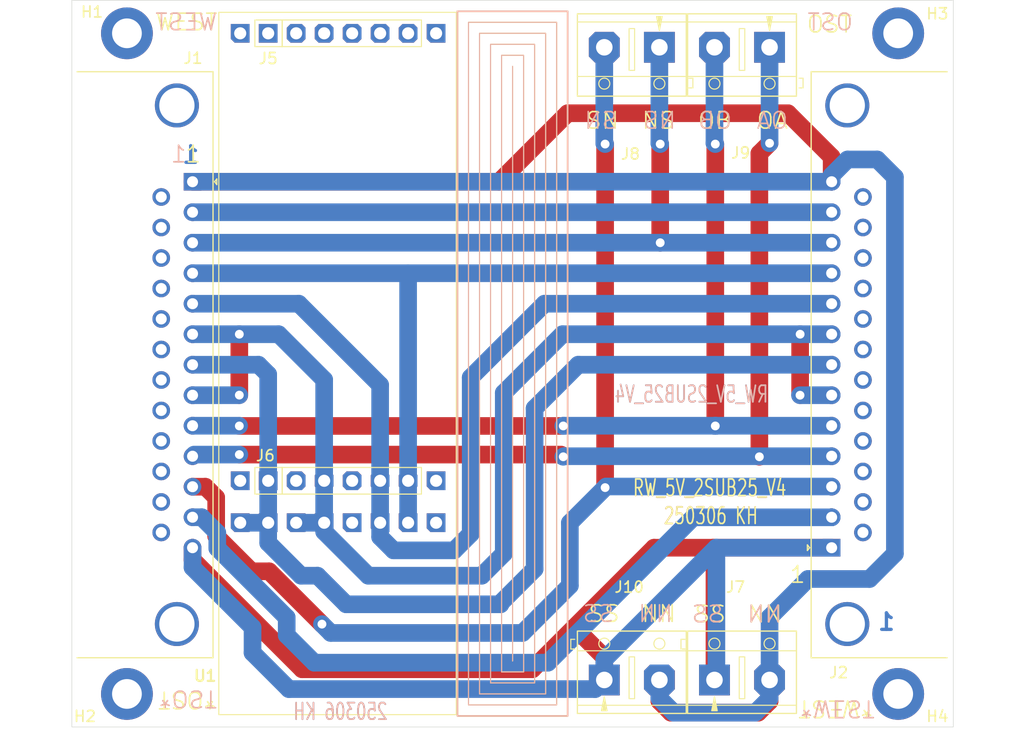
<source format=kicad_pcb>
(kicad_pcb (version 20240108) (generator "pcbnew") (generator_version "8.0")
  (layers (0 "F.Cu" signal) (31 "B.Cu" signal) (34 "B.Paste" user) (35 "F.Paste" user) (36 "B.SilkS" user "B.Silkscreen") (37 "F.SilkS" user "F.Silkscreen") (38 "B.Mask" user) (39 "F.Mask" user) (44 "Edge.Cuts" user))
  (net 0 "")
  (net 2 "/WB")
  (net 5 "/NN")
  (net 7 "/OB")
  (net 10 "/WA")
  (net 13 "/SN")
  (net 16 "/W-")
  (net 17 "/W+")
  (net 18 "/SS")
  (net 19 "/OA")
  (net 21 "Net-(J1-Pad2)")
  (net 23 "/NS")
  (net 48 "Net-(J1-Pad12)")
  (footprint "MountingHole:MountingHole_2.7mm_M2.5_DIN965_Pad_TopBottom" (layer "F.Cu") (at 102.9 87.94)
    (property "Reference" "H4" (at 3.556 2.032 0) (layer "F.SilkS"))
    (property "Value" "MountingHole" (hide yes))
    (pad "1" thru_hole circle (at 0 0) (size 3.1 3.1) (drill 2.7) (layers "*.Cu" "*.Mask"))
    (pad "1" connect circle (at 0 0) (size 4.7 4.7) (layers "F.Cu" "F.Mask"))
    (pad "1" connect circle (at 0 0) (size 4.7 4.7) (layers "B.Cu" "B.Mask"))
  )
  (footprint "_kh_library:Screw_Terminal_01x02_P5" (layer "F.Cu") (at 81.225 29.21 -90)
    (property "Reference" "J8" (at 9.69 2.625 0) (layer "F.SilkS"))
    (property "Value" "Screw_Terminal_01x02_P5" (hide yes))
    (fp_line (start -2.3 -2.44) (end -2.3 7.44) (stroke (width 0.1)) (layer "F.SilkS"))
    (fp_line (start 2.65 -2.44) (end 2.65 7.44) (stroke (width 0.1)) (layer "F.SilkS"))
    (fp_line (start 2.81 -3.04) (end 2.81 -2.68) (stroke (width 0.1)) (layer "F.SilkS"))
    (fp_line (start 2.81 -3.04) (end 3.69 -3.04) (stroke (width 0.1)) (layer "F.SilkS"))
    (fp_line (start 3.69 -3.04) (end 3.69 -2.68) (stroke (width 0.1)) (layer "F.SilkS"))
    (fp_rect (start -1.7 2.25) (end 2.1 2.75) (stroke (width 0.1)) (fill none) (layer "F.SilkS"))
    (fp_rect (start -3.04 -2.44) (end 4.44 7.44) (stroke (width 0.12)) (fill none) (layer "F.SilkS"))
    (fp_circle (center 3.3 5) (end 3.8 5) (stroke (width 0.1)) (fill none) (layer "F.SilkS"))
    (fp_circle (center 3.3 0) (end 3.8 0) (stroke (width 0.1)) (fill none) (layer "F.SilkS"))
    (fp_poly (pts (xy -2.794 -0.254) (xy -1.524 0) (xy -2.794 0.254)) (stroke (width 0.1)) (fill solid) (layer "F.SilkS"))
    (pad "1" thru_hole rect (at 0 0 270) (size 2.8 2.8) (drill 1.5) (layers "*.Cu" "*.Mask") (net 23 "/NS"))
    (pad "2" thru_hole roundrect (at 0 5 270) (size 2.8 2.8) (drill 1.5) (layers "*.Cu" "*.Mask") (roundrect_rratio 0) (chamfer_ratio 0.2) (chamfer top_left top_right bottom_left bottom_right) (net 13 "/SN"))
  )
  (footprint "_kh_library:Screw_Terminal_01x02_P5" (layer "F.Cu") (at 76.225 86.67 90)
    (property "Reference" "J10" (at 8.438 2.261 0) (layer "F.SilkS"))
    (property "Value" "Screw_Terminal_01x02_P5")
    (fp_line (start 3.69 -3.04) (end 3.69 -2.68) (stroke (width 0.1)) (layer "F.SilkS"))
    (fp_line (start 2.81 -3.04) (end 3.69 -3.04) (stroke (width 0.1)) (layer "F.SilkS"))
    (fp_line (start 2.81 -3.04) (end 2.81 -2.68) (stroke (width 0.1)) (layer "F.SilkS"))
    (fp_line (start 2.65 -2.44) (end 2.65 7.44) (stroke (width 0.1)) (layer "F.SilkS"))
    (fp_line (start -2.3 -2.44) (end -2.3 7.44) (stroke (width 0.1)) (layer "F.SilkS"))
    (fp_rect (start -3.04 -2.44) (end 4.44 7.44) (stroke (width 0.12)) (fill none) (layer "F.SilkS"))
    (fp_rect (start -1.7 2.25) (end 2.1 2.75) (stroke (width 0.1)) (fill none) (layer "F.SilkS"))
    (fp_circle (center 3.3 0) (end 3.8 0) (stroke (width 0.1)) (fill none) (layer "F.SilkS"))
    (fp_circle (center 3.3 5) (end 3.8 5) (stroke (width 0.1)) (fill none) (layer "F.SilkS"))
    (fp_poly (pts (xy -2.794 -0.254) (xy -1.524 0) (xy -2.794 0.254)) (stroke (width 0.1)) (fill solid) (layer "F.SilkS"))
    (pad "1" thru_hole rect (at 0 0 90) (size 2.8 2.8) (drill 1.5) (layers "*.Cu" "*.Mask") (net 18 "/SS"))
    (pad "2" thru_hole roundrect (at 0 5 90) (size 2.8 2.8) (drill 1.5) (layers "*.Cu" "*.Mask") (roundrect_rratio 0) (chamfer_ratio 0.2) (chamfer top_left top_right bottom_left bottom_right) (net 5 "/NN"))
  )
  (footprint "MountingHole:MountingHole_2.7mm_M2.5_DIN965_Pad_TopBottom" (layer "F.Cu") (at 102.9 27.94)
    (property "Reference" "H3" (at 3.556 -1.778 0) (layer "F.SilkS"))
    (property "Value" "MountingHole" (hide yes))
    (pad "1" thru_hole circle (at 0 0) (size 3.1 3.1) (drill 2.7) (layers "*.Cu" "*.Mask"))
    (pad "1" connect circle (at 0 0) (size 4.7 4.7) (layers "F.Cu" "F.Mask"))
    (pad "1" connect circle (at 0 0) (size 4.7 4.7) (layers "B.Cu" "B.Mask"))
  )
  (footprint "_kh_library:PinSocket_1x06_P2.54mm_Vertical_1.1_kh" (layer "F.Cu") (at 45.72 68.58 90)
    (property "Reference" "J6" (at 2.286 -0.254 180) (layer "F.SilkS"))
    (property "Value" "Conn_01x06")
    (fp_line (start -1.21 1.27) (end 1.21 1.27) (stroke (width 0.12)) (layer "F.SilkS"))
    (fp_rect (start -1.21 -1.21) (end 1.21 13.91) (stroke (width 0.1)) (fill none) (layer "F.SilkS"))
    (pad "1" thru_hole rect (at 0 0 90) (size 1.7 1.7) (drill 1.1) (layers "*.Cu" "*.Mask") (net 17 "/W+"))
    (pad "2" thru_hole roundrect (at 0 2.54 90) (size 1.7 1.7) (drill 1.1) (layers "*.Cu" "*.Mask") (roundrect_rratio 0) (chamfer_ratio 0.2) (chamfer top_left top_right bottom_left bottom_right))
    (pad "3" thru_hole roundrect (at 0 5.08 90) (size 1.7 1.7) (drill 1.1) (layers "*.Cu" "*.Mask") (roundrect_rratio 0) (chamfer_ratio 0.2) (chamfer top_left top_right bottom_left bottom_right) (net 16 "/W-"))
    (pad "4" thru_hole roundrect (at 0 7.62 90) (size 1.7 1.7) (drill 1.1) (layers "*.Cu" "*.Mask") (roundrect_rratio 0) (chamfer_ratio 0.2) (chamfer top_left top_right bottom_left bottom_right))
    (pad "5" thru_hole roundrect (at 0 10.16 90) (size 1.7 1.7) (drill 1.1) (layers "*.Cu" "*.Mask") (roundrect_rratio 0) (chamfer_ratio 0.2) (chamfer top_left top_right bottom_left bottom_right) (net 2 "/WB"))
    (pad "6" thru_hole roundrect (at 0 12.7 90) (size 1.7 1.7) (drill 1.1) (layers "*.Cu" "*.Mask") (roundrect_rratio 0) (chamfer_ratio 0.2) (chamfer top_left top_right bottom_left bottom_right) (net 10 "/WA"))
  )
  (footprint "MountingHole:MountingHole_2.7mm_M2.5_DIN965_Pad_TopBottom" (layer "F.Cu") (at 32.9 27.94)
    (property "Reference" "H1" (at -3.17 -1.94 0) (layer "F.SilkS"))
    (property "Value" "MountingHole" (hide yes))
    (pad "1" thru_hole circle (at 0 0) (size 3.1 3.1) (drill 2.7) (layers "*.Cu" "*.Mask"))
    (pad "1" connect circle (at 0 0) (size 4.7 4.7) (layers "F.Cu" "F.Mask"))
    (pad "1" connect circle (at 0 0) (size 4.7 4.7) (layers "B.Cu" "B.Mask"))
  )
  (footprint "_kh_library:PinSocket_1x06_P2.54mm_Vertical_1.1_kh" (layer "F.Cu") (at 45.72 27.94 90)
    (property "Reference" "J5" (at -2.286 0 180) (layer "F.SilkS"))
    (property "Value" "Conn_01x06")
    (fp_line (start -1.21 1.27) (end 1.21 1.27) (stroke (width 0.12)) (layer "F.SilkS"))
    (fp_rect (start -1.21 -1.21) (end 1.21 13.91) (stroke (width 0.1)) (fill none) (layer "F.SilkS"))
    (pad "1" thru_hole rect (at 0 0 90) (size 1.7 1.7) (drill 1.1) (layers "*.Cu" "*.Mask"))
    (pad "2" thru_hole roundrect (at 0 2.54 90) (size 1.7 1.7) (drill 1.1) (layers "*.Cu" "*.Mask") (roundrect_rratio 0) (chamfer_ratio 0.2) (chamfer top_left top_right bottom_left bottom_right))
    (pad "3" thru_hole roundrect (at 0 5.08 90) (size 1.7 1.7) (drill 1.1) (layers "*.Cu" "*.Mask") (roundrect_rratio 0) (chamfer_ratio 0.2) (chamfer top_left top_right bottom_left bottom_right))
    (pad "4" thru_hole roundrect (at 0 7.62 90) (size 1.7 1.7) (drill 1.1) (layers "*.Cu" "*.Mask") (roundrect_rratio 0) (chamfer_ratio 0.2) (chamfer top_left top_right bottom_left bottom_right))
    (pad "5" thru_hole roundrect (at 0 10.16 90) (size 1.7 1.7) (drill 1.1) (layers "*.Cu" "*.Mask") (roundrect_rratio 0) (chamfer_ratio 0.2) (chamfer top_left top_right bottom_left bottom_right))
    (pad "6" thru_hole roundrect (at 0 12.7 90) (size 1.7 1.7) (drill 1.1) (layers "*.Cu" "*.Mask") (roundrect_rratio 0) (chamfer_ratio 0.2) (chamfer top_left top_right bottom_left bottom_right))
  )
  (footprint "_kh_library:AC_5V_supply_6pol_PinsOnly" (layer "F.Cu") (at 43.18 72.39 90)
    (property "Reference" "U1" (at -13.91 -3.18 0) (layer "F.SilkS") (effects (font (thickness 0.2) (bold yes))))
    (property "Value" "~" (hide yes))
    (pad "1" thru_hole roundrect (at 0 0 90) (size 1.7 1.7) (drill 1.1) (layers "*.Cu" "*.Mask") (roundrect_rratio 0) (chamfer_ratio 0.2) (chamfer top_left) (net 17 "/W+"))
    (pad "2" thru_hole roundrect (at 0 2.54 90) (size 1.7 1.7) (drill 1.1) (layers "*.Cu" "*.Mask") (roundrect_rratio 0) (chamfer_ratio 0.2) (chamfer top_left) (net 17 "/W+"))
    (pad "3" thru_hole roundrect (at 0 5.08 90) (size 1.7 1.7) (drill 1.1) (layers "*.Cu" "*.Mask") (roundrect_rratio 0) (chamfer_ratio 0.2) (chamfer top_left) (net 16 "/W-"))
    (pad "4" thru_hole roundrect (at 0 7.62 90) (size 1.7 1.7) (drill 1.1) (layers "*.Cu" "*.Mask") (roundrect_rratio 0) (chamfer_ratio 0.2) (chamfer top_left) (net 16 "/W-"))
    (pad "5" thru_hole roundrect (at 0 10.16 90) (size 1.7 1.7) (drill 1.1) (layers "*.Cu" "*.Mask") (roundrect_rratio 0) (chamfer_ratio 0.2) (chamfer top_left))
    (pad "6" thru_hole roundrect (at 0 12.7 90) (size 1.7 1.7) (drill 1.1) (layers "*.Cu" "*.Mask") (roundrect_rratio 0) (chamfer_ratio 0.2) (chamfer top_left) (net 2 "/WB"))
    (pad "7" thru_hole roundrect (at 0 15.24 90) (size 1.7 1.7) (drill 1.1) (layers "*.Cu" "*.Mask") (roundrect_rratio 0) (chamfer_ratio 0.2) (chamfer top_left) (net 10 "/WA"))
    (pad "8" thru_hole roundrect (at 0 17.78 90) (size 1.7 1.7) (drill 1.1) (layers "*.Cu" "*.Mask") (roundrect_rratio 0) (chamfer_ratio 0.2) (chamfer top_left))
    (pad "9" thru_hole roundrect (at 3.81 0 90) (size 1.7 1.7) (drill 1.1) (layers "*.Cu" "*.Mask") (roundrect_rratio 0) (chamfer_ratio 0.2) (chamfer top_left))
    (pad "10" thru_hole roundrect (at 3.81 17.78 90) (size 1.7 1.7) (drill 1.1) (layers "*.Cu" "*.Mask") (roundrect_rratio 0) (chamfer_ratio 0.2) (chamfer top_left))
    (pad "11" thru_hole roundrect (at 44.45 0 90) (size 1.7 1.7) (drill 1.1) (layers "*.Cu" "*.Mask") (roundrect_rratio 0) (chamfer_ratio 0.2) (chamfer top_left))
    (pad "12" thru_hole roundrect (at 44.45 17.78 90) (size 1.7 1.7) (drill 1.1) (layers "*.Cu" "*.Mask") (roundrect_rratio 0) (chamfer_ratio 0.2) (chamfer top_left))
  )
  (footprint "_kh_library:DSUB-25_Male_Horizontal_P2.77x2.84mm_EdgePinOffset7.70mm_Housed_MountingHolesOffset9.12mm" (layer "F.Cu") (at 38.854 41.42 -90)
    (property "Reference" "J1" (at -11.22 -0.046 180) (layer "F.SilkS"))
    (property "Value" "DB25_Plug")
    (fp_line (start -9.99 10.48) (end -9.99 -1.86) (stroke (width 0.12)) (layer "F.SilkS"))
    (fp_line (start -9.99 -1.86) (end 43.23 -1.86) (stroke (width 0.12)) (layer "F.SilkS"))
    (fp_line (start 43.23 -1.86) (end 43.23 10.48) (stroke (width 0.12)) (layer "F.SilkS"))
    (fp_line (start 0 -2) (end -0.25 -2.2) (stroke (width 0.12)) (layer "F.SilkS"))
    (fp_line (start -0.25 -2.2) (end 0.25 -2.2) (stroke (width 0.12)) (layer "F.SilkS"))
    (fp_line (start 0.254 -2.2) (end 0 -2) (stroke (width 0.12)) (layer "F.SilkS"))
    (pad "0" thru_hole circle (at -6.93 1.42 270) (size 4 4) (drill 3.2) (layers "*.Cu" "*.Mask"))
    (pad "0" thru_hole circle (at 40.17 1.42 270) (size 4 4) (drill 3.2) (layers "*.Cu" "*.Mask"))
    (pad "1" thru_hole rect (at 0 0 270) (size 1.6 1.6) (drill 1) (layers "*.Cu" "*.Mask") (net 5 "/NN"))
    (pad "2" thru_hole circle (at 2.77 0 270) (size 1.6 1.6) (drill 1) (layers "*.Cu" "*.Mask") (net 21 "Net-(J1-Pad2)"))
    (pad "3" thru_hole circle (at 5.54 0 270) (size 1.6 1.6) (drill 1) (layers "*.Cu" "*.Mask") (net 23 "/NS"))
    (pad "4" thru_hole circle (at 8.31 0 270) (size 1.6 1.6) (drill 1) (layers "*.Cu" "*.Mask") (net 10 "/WA"))
    (pad "5" thru_hole circle (at 11.08 0 270) (size 1.6 1.6) (drill 1) (layers "*.Cu" "*.Mask") (net 2 "/WB"))
    (pad "6" thru_hole circle (at 13.85 0 270) (size 1.6 1.6) (drill 1) (layers "*.Cu" "*.Mask") (net 16 "/W-"))
    (pad "7" thru_hole circle (at 16.62 0 270) (size 1.6 1.6) (drill 1) (layers "*.Cu" "*.Mask") (net 17 "/W+"))
    (pad "8" thru_hole circle (at 19.39 0 270) (size 1.6 1.6) (drill 1) (layers "*.Cu" "*.Mask") (net 16 "/W-"))
    (pad "9" thru_hole circle (at 22.16 0 270) (size 1.6 1.6) (drill 1) (layers "*.Cu" "*.Mask") (net 7 "/OB"))
    (pad "10" thru_hole circle (at 24.93 0 270) (size 1.6 1.6) (drill 1) (layers "*.Cu" "*.Mask") (net 19 "/OA"))
    (pad "11" thru_hole circle (at 27.7 0 270) (size 1.6 1.6) (drill 1) (layers "*.Cu" "*.Mask") (net 13 "/SN"))
    (pad "12" thru_hole circle (at 30.47 0 270) (size 1.6 1.6) (drill 1) (layers "*.Cu" "*.Mask") (net 48 "Net-(J1-Pad12)"))
    (pad "13" thru_hole circle (at 33.24 0 270) (size 1.6 1.6) (drill 1) (layers "*.Cu" "*.Mask") (net 18 "/SS"))
    (pad "14" thru_hole circle (at 1.385 2.84 270) (size 1.6 1.6) (drill 1) (layers "*.Cu" "*.Mask"))
    (pad "15" thru_hole circle (at 4.155 2.84 270) (size 1.6 1.6) (drill 1) (layers "*.Cu" "*.Mask"))
    (pad "16" thru_hole circle (at 6.925 2.84 270) (size 1.6 1.6) (drill 1) (layers "*.Cu" "*.Mask"))
    (pad "17" thru_hole circle (at 9.695 2.84 270) (size 1.6 1.6) (drill 1) (layers "*.Cu" "*.Mask"))
    (pad "18" thru_hole circle (at 12.465 2.84 270) (size 1.6 1.6) (drill 1) (layers "*.Cu" "*.Mask"))
    (pad "19" thru_hole circle (at 15.235 2.84 270) (size 1.6 1.6) (drill 1) (layers "*.Cu" "*.Mask"))
    (pad "20" thru_hole circle (at 18.005 2.84 270) (size 1.6 1.6) (drill 1) (layers "*.Cu" "*.Mask"))
    (pad "21" thru_hole circle (at 20.775 2.84 270) (size 1.6 1.6) (drill 1) (layers "*.Cu" "*.Mask"))
    (pad "22" thru_hole circle (at 23.545 2.84 270) (size 1.6 1.6) (drill 1) (layers "*.Cu" "*.Mask"))
    (pad "23" thru_hole circle (at 26.315 2.84 270) (size 1.6 1.6) (drill 1) (layers "*.Cu" "*.Mask"))
    (pad "24" thru_hole circle (at 29.085 2.84 270) (size 1.6 1.6) (drill 1) (layers "*.Cu" "*.Mask"))
    (pad "25" thru_hole circle (at 31.855 2.84 270) (size 1.6 1.6) (drill 1) (layers "*.Cu" "*.Mask"))
  )
  (footprint "_kh_library:DSUB-25_Male_Horizontal_P2.77x2.84mm_EdgePinOffset7.70mm_Housed_MountingHolesOffset9.12mm" (layer "F.Cu") (at 96.86 74.66 90)
    (property "Reference" "J2" (at -11.34 0.64 180) (layer "F.SilkS"))
    (property "Value" "DB25_Plug")
    (fp_line (start 0.254 -2.2) (end 0 -2) (stroke (width 0.12)) (layer "F.SilkS"))
    (fp_line (start -0.25 -2.2) (end 0.25 -2.2) (stroke (width 0.12)) (layer "F.SilkS"))
    (fp_line (start 0 -2) (end -0.25 -2.2) (stroke (width 0.12)) (layer "F.SilkS"))
    (fp_line (start 43.23 -1.86) (end 43.23 10.48) (stroke (width 0.12)) (layer "F.SilkS"))
    (fp_line (start -9.99 -1.86) (end 43.23 -1.86) (stroke (width 0.12)) (layer "F.SilkS"))
    (fp_line (start -9.99 10.48) (end -9.99 -1.86) (stroke (width 0.12)) (layer "F.SilkS"))
    (pad "0" thru_hole circle (at -6.93 1.42 90) (size 4 4) (drill 3.2) (layers "*.Cu" "*.Mask"))
    (pad "0" thru_hole circle (at 40.17 1.42 90) (size 4 4) (drill 3.2) (layers "*.Cu" "*.Mask"))
    (pad "1" thru_hole rect (at 0 0 90) (size 1.6 1.6) (drill 1) (layers "*.Cu" "*.Mask") (net 18 "/SS"))
    (pad "2" thru_hole circle (at 2.77 0 90) (size 1.6 1.6) (drill 1) (layers "*.Cu" "*.Mask") (net 48 "Net-(J1-Pad12)"))
    (pad "3" thru_hole circle (at 5.54 0 90) (size 1.6 1.6) (drill 1) (layers "*.Cu" "*.Mask") (net 13 "/SN"))
    (pad "4" thru_hole circle (at 8.31 0 90) (size 1.6 1.6) (drill 1) (layers "*.Cu" "*.Mask") (net 19 "/OA"))
    (pad "5" thru_hole circle (at 11.08 0 90) (size 1.6 1.6) (drill 1) (layers "*.Cu" "*.Mask") (net 7 "/OB"))
    (pad "6" thru_hole circle (at 13.85 0 90) (size 1.6 1.6) (drill 1) (layers "*.Cu" "*.Mask") (net 16 "/W-"))
    (pad "7" thru_hole circle (at 16.62 0 90) (size 1.6 1.6) (drill 1) (layers "*.Cu" "*.Mask") (net 17 "/W+"))
    (pad "8" thru_hole circle (at 19.39 0 90) (size 1.6 1.6) (drill 1) (layers "*.Cu" "*.Mask") (net 16 "/W-"))
    (pad "9" thru_hole circle (at 22.16 0 90) (size 1.6 1.6) (drill 1) (layers "*.Cu" "*.Mask") (net 2 "/WB"))
    (pad "10" thru_hole circle (at 24.93 0 90) (size 1.6 1.6) (drill 1) (layers "*.Cu" "*.Mask") (net 10 "/WA"))
    (pad "11" thru_hole circle (at 27.7 0 90) (size 1.6 1.6) (drill 1) (layers "*.Cu" "*.Mask") (net 23 "/NS"))
    (pad "12" thru_hole circle (at 30.47 0 90) (size 1.6 1.6) (drill 1) (layers "*.Cu" "*.Mask") (net 21 "Net-(J1-Pad2)"))
    (pad "13" thru_hole circle (at 33.24 0 90) (size 1.6 1.6) (drill 1) (layers "*.Cu" "*.Mask") (net 5 "/NN"))
    (pad "14" thru_hole circle (at 1.385 2.84 90) (size 1.6 1.6) (drill 1) (layers "*.Cu" "*.Mask"))
    (pad "15" thru_hole circle (at 4.155 2.84 90) (size 1.6 1.6) (drill 1) (layers "*.Cu" "*.Mask"))
    (pad "16" thru_hole circle (at 6.925 2.84 90) (size 1.6 1.6) (drill 1) (layers "*.Cu" "*.Mask"))
    (pad "17" thru_hole circle (at 9.695 2.84 90) (size 1.6 1.6) (drill 1) (layers "*.Cu" "*.Mask"))
    (pad "18" thru_hole circle (at 12.465 2.84 90) (size 1.6 1.6) (drill 1) (layers "*.Cu" "*.Mask"))
    (pad "19" thru_hole circle (at 15.235 2.84 90) (size 1.6 1.6) (drill 1) (layers "*.Cu" "*.Mask"))
    (pad "20" thru_hole circle (at 18.005 2.84 90) (size 1.6 1.6) (drill 1) (layers "*.Cu" "*.Mask"))
    (pad "21" thru_hole circle (at 20.775 2.84 90) (size 1.6 1.6) (drill 1) (layers "*.Cu" "*.Mask"))
    (pad "22" thru_hole circle (at 23.545 2.84 90) (size 1.6 1.6) (drill 1) (layers "*.Cu" "*.Mask"))
    (pad "23" thru_hole circle (at 26.315 2.84 90) (size 1.6 1.6) (drill 1) (layers "*.Cu" "*.Mask"))
    (pad "24" thru_hole circle (at 29.085 2.84 90) (size 1.6 1.6) (drill 1) (layers "*.Cu" "*.Mask"))
    (pad "25" thru_hole circle (at 31.855 2.84 90) (size 1.6 1.6) (drill 1) (layers "*.Cu" "*.Mask"))
  )
  (footprint "_kh_library:Screw_Terminal_01x02_P5" (layer "F.Cu") (at 86.225 86.67 90)
    (property "Reference" "J7" (at 8.438 1.913 0) (layer "F.SilkS"))
    (property "Value" "Screw_Terminal_01x02_P5" (hide yes))
    (fp_line (start 3.69 -3.04) (end 3.69 -2.68) (stroke (width 0.1)) (layer "F.SilkS"))
    (fp_line (start 2.81 -3.04) (end 3.69 -3.04) (stroke (width 0.1)) (layer "F.SilkS"))
    (fp_line (start 2.81 -3.04) (end 2.81 -2.68) (stroke (width 0.1)) (layer "F.SilkS"))
    (fp_line (start 2.65 -2.44) (end 2.65 7.44) (stroke (width 0.1)) (layer "F.SilkS"))
    (fp_line (start -2.3 -2.44) (end -2.3 7.44) (stroke (width 0.1)) (layer "F.SilkS"))
    (fp_rect (start -3.04 -2.44) (end 4.44 7.44) (stroke (width 0.12)) (fill none) (layer "F.SilkS"))
    (fp_rect (start -1.7 2.25) (end 2.1 2.75) (stroke (width 0.1)) (fill none) (layer "F.SilkS"))
    (fp_circle (center 3.3 0) (end 3.8 0) (stroke (width 0.1)) (fill none) (layer "F.SilkS"))
    (fp_circle (center 3.3 5) (end 3.8 5) (stroke (width 0.1)) (fill none) (layer "F.SilkS"))
    (fp_poly (pts (xy -2.794 -0.254) (xy -1.524 0) (xy -2.794 0.254)) (stroke (width 0.1)) (fill solid) (layer "F.SilkS"))
    (pad "1" thru_hole rect (at 0 0 90) (size 2.8 2.8) (drill 1.5) (layers "*.Cu" "*.Mask") (net 18 "/SS"))
    (pad "2" thru_hole roundrect (at 0 5 90) (size 2.8 2.8) (drill 1.5) (layers "*.Cu" "*.Mask") (roundrect_rratio 0) (chamfer_ratio 0.2) (chamfer top_left top_right bottom_left bottom_right) (net 5 "/NN"))
  )
  (footprint "MountingHole:MountingHole_2.7mm_M2.5_DIN965_Pad_TopBottom" (layer "F.Cu") (at 32.9 87.94)
    (property "Reference" "H2" (at -3.81 2.032 0) (layer "F.SilkS"))
    (property "Value" "MountingHole" (hide yes))
    (pad "1" thru_hole circle (at 0 0) (size 3.1 3.1) (drill 2.7) (layers "*.Cu" "*.Mask"))
    (pad "1" connect circle (at 0 0) (size 4.7 4.7) (layers "F.Cu" "F.Mask"))
    (pad "1" connect circle (at 0 0) (size 4.7 4.7) (layers "B.Cu" "B.Mask"))
  )
  (footprint "_kh_library:Screw_Terminal_01x02_P5" (layer "F.Cu") (at 91.225 29.21 -90)
    (property "Reference" "J9" (at 9.59 2.625 0) (layer "F.SilkS"))
    (property "Value" "Screw_Terminal_01x02_P5" (hide yes))
    (fp_line (start -2.3 -2.44) (end -2.3 7.44) (stroke (width 0.1)) (layer "F.SilkS"))
    (fp_line (start 2.65 -2.44) (end 2.65 7.44) (stroke (width 0.1)) (layer "F.SilkS"))
    (fp_line (start 2.81 -3.04) (end 2.81 -2.68) (stroke (width 0.1)) (layer "F.SilkS"))
    (fp_line (start 2.81 -3.04) (end 3.69 -3.04) (stroke (width 0.1)) (layer "F.SilkS"))
    (fp_line (start 3.69 -3.04) (end 3.69 -2.68) (stroke (width 0.1)) (layer "F.SilkS"))
    (fp_rect (start -1.7 2.25) (end 2.1 2.75) (stroke (width 0.1)) (fill none) (layer "F.SilkS"))
    (fp_rect (start -3.04 -2.44) (end 4.44 7.44) (stroke (width 0.12)) (fill none) (layer "F.SilkS"))
    (fp_circle (center 3.3 5) (end 3.8 5) (stroke (width 0.1)) (fill none) (layer "F.SilkS"))
    (fp_circle (center 3.3 0) (end 3.8 0) (stroke (width 0.1)) (fill none) (layer "F.SilkS"))
    (fp_poly (pts (xy -2.794 -0.254) (xy -1.524 0) (xy -2.794 0.254)) (stroke (width 0.1)) (fill solid) (layer "F.SilkS"))
    (pad "1" thru_hole rect (at 0 0 270) (size 2.8 2.8) (drill 1.5) (layers "*.Cu" "*.Mask") (net 19 "/OA"))
    (pad "2" thru_hole roundrect (at 0 5 270) (size 2.8 2.8) (drill 1.5) (layers "*.Cu" "*.Mask") (roundrect_rratio 0) (chamfer_ratio 0.2) (chamfer top_left top_right bottom_left bottom_right) (net 7 "/OB"))
  )
  (gr_line (start 67.9 30.94) (end 67.9 84.94) (stroke (width 0.1)) (layer "B.SilkS"))
  (gr_rect (start 65.9 28.94) (end 69.9 86.94) (stroke (width 0.1)) (fill none) (layer "B.SilkS"))
  (gr_rect (start 66.9 29.94) (end 68.9 85.94) (stroke (width 0.1)) (fill none) (layer "B.SilkS"))
  (gr_rect (start 62.9 25.94) (end 72.9 89.94) (stroke (width 0.15)) (fill none) (layer "B.SilkS"))
  (gr_rect (start 64.9 27.94) (end 70.9 87.94) (stroke (width 0.1)) (fill none) (layer "B.SilkS"))
  (gr_rect (start 63.9 26.94) (end 71.9 88.94) (stroke (width 0.1)) (fill none) (layer "B.SilkS"))
  (gr_rect (start 65.9 28.94) (end 69.9 86.94) (stroke (width 0.1)) (fill none) (layer "F.SilkS"))
  (gr_line (start 67.9 30.94) (end 67.9 84.94) (stroke (width 0.1)) (layer "F.SilkS"))
  (gr_rect (start 41.237 26.035) (end 62.791 89.819) (stroke (width 0.1)) (fill none) (layer "F.SilkS"))
  (gr_rect (start 62.9 25.94) (end 72.9 89.94) (stroke (width 0.15)) (fill none) (layer "F.SilkS"))
  (gr_rect (start 64.9 27.94) (end 70.9 87.94) (stroke (width 0.1)) (fill none) (layer "F.SilkS"))
  (gr_rect (start 66.9 29.94) (end 68.9 85.94) (stroke (width 0.1)) (fill none) (layer "F.SilkS"))
  (gr_rect (start 63.9 26.94) (end 71.9 88.94) (stroke (width 0.1)) (fill none) (layer "F.SilkS"))
  (gr_rect (start 27.9 24.94) (end 107.9 90.94) (stroke (width 0.05)) (fill none) (layer "Edge.Cuts"))
  (gr_text "250306 KH" (at 81.534 72.644 0) (layer "F.Cu") (effects (font (size 1.5 1) (thickness 0.15) (bold yes)) (justify left bottom)))
  (gr_text "RW_5V_2SUB25_V4" (at 78.74 70.104 0) (layer "F.Cu") (effects (font (size 1.5 1) (thickness 0.15) (bold yes)) (justify left bottom)))
  (gr_text "1" (at 39.6 38.1 0) (layer "B.Cu") (effects (font (size 1.5 1.5) (thickness 0.3) (bold yes)) (justify left top mirror)))
  (gr_text "250306 KH" (at 56.642 90.424 0) (layer "B.Cu") (effects (font (size 1.5 1) (thickness 0.15) (bold yes)) (justify left bottom mirror)))
  (gr_text "1" (at 102.743 80.518 0) (layer "B.Cu") (effects (font (size 1.5 1.5) (thickness 0.3) (bold yes)) (justify left top mirror)))
  (gr_text "RW_5V_2SUB25_V4" (at 91.186 61.595 0) (layer "B.Cu") (effects (font (size 1.5 1) (thickness 0.15) (bold yes)) (justify left bottom mirror)))
  (gr_text "*OST" (at 35.7 87.5 180) (layer "B.SilkS") (effects (font (size 1.5 1.5)) (justify left bottom mirror)))
  (gr_text "OST" (at 98.9 27.8 0) (layer "B.SilkS") (effects (font (size 1.5 1.5)) (justify left bottom mirror)))
  (gr_text "SN" (at 77.508 36.74 0) (layer "B.SilkS") (effects (font (size 1.5 1.5)) (justify left bottom mirror)))
  (gr_text "WEST" (at 41.2 27.8 0) (layer "B.SilkS") (effects (font (size 1.5 1.5)) (justify left bottom mirror)))
  (gr_text "RW_5V_2SUB25_V4" (at 91.186 61.595 0) (layer "B.SilkS") (effects (font (size 1.5 1) (thickness 0.15) (bold yes)) (justify left bottom mirror)))
  (gr_text "*WEST" (at 93.9 88.4 180) (layer "B.SilkS") (effects (font (size 1.5 1.5)) (justify left bottom mirror)))
  (gr_text "SS" (at 87.106 81.57 0) (layer "B.SilkS") (effects (font (size 1.5 1.5)) (justify left bottom mirror)))
  (gr_text "NS" (at 82.842 36.74 0) (layer "B.SilkS") (effects (font (size 1.5 1.5)) (justify left bottom mirror)))
  (gr_text "SS" (at 77.216 81.534 0) (layer "B.SilkS") (effects (font (size 1.5 1.5)) (justify left bottom mirror)))
  (gr_text "250306 KH" (at 56.642 90.424 0) (layer "B.SilkS") (effects (font (size 1.5 1) (thickness 0.15) (bold yes)) (justify left bottom mirror)))
  (gr_text "OB" (at 87.922 36.74 0) (layer "B.SilkS") (effects (font (size 1.5 1.5)) (justify left bottom mirror)))
  (gr_text "OA" (at 93.002 36.74 0) (layer "B.SilkS") (effects (font (size 1.5 1.5)) (justify left bottom mirror)))
  (gr_text "1" (at 38.4 39.8 0) (layer "B.SilkS") (effects (font (size 1.5 1.5)) (justify left bottom mirror)))
  (gr_text "NN" (at 92.44 81.57 0) (layer "B.SilkS") (effects (font (size 1.5 1.5)) (justify left bottom mirror)))
  (gr_text "NN" (at 82.55 81.534 0) (layer "B.SilkS") (effects (font (size 1.5 1.5)) (justify left bottom mirror)))
  (gr_text "*WEST" (at 100.7 88.4 180) (layer "F.SilkS") (effects (font (size 1.5 1.5)) (justify left bottom)))
  (gr_text "250306 KH" (at 81.534 72.644 0) (layer "F.SilkS") (effects (font (size 1.5 1) (thickness 0.15) (bold yes)) (justify left bottom)))
  (gr_text "1" (at 92.956 77.978 0) (layer "F.SilkS") (effects (font (size 1.5 1.5)) (justify left bottom)))
  (gr_text "WEST" (at 35.4 27.8 0) (layer "F.SilkS") (effects (font (size 1.5 1.5)) (justify left bottom)))
  (gr_text "RW_5V_2SUB25_V4" (at 78.74 70.104 0) (layer "F.SilkS") (effects (font (size 1.5 1) (thickness 0.15) (bold yes)) (justify left bottom)))
  (gr_text "OST" (at 94.5 28 0) (layer "F.SilkS") (effects (font (size 1.5 1.5)) (justify left bottom)))
  (gr_text "NN" (at 79.502 81.534 0) (layer "F.SilkS") (effects (font (size 1.5 1.5)) (justify left bottom)))
  (gr_text "SS" (at 74.676 81.534 0) (layer "F.SilkS") (effects (font (size 1.5 1.5)) (justify left bottom)))
  (gr_text "NS" (at 79.54 36.74 0) (layer "F.SilkS") (effects (font (size 1.5 1.5)) (justify left bottom)))
  (gr_text "OA" (at 89.954 36.74 0) (layer "F.SilkS") (effects (font (size 1.5 1.5)) (justify left bottom)))
  (gr_text "SN" (at 74.46 36.74 0) (layer "F.SilkS") (effects (font (size 1.5 1.5)) (justify left bottom)))
  (gr_text "NN" (at 89.138 81.57 0) (layer "F.SilkS") (effects (font (size 1.5 1.5)) (justify left bottom)))
  (gr_text "*OST" (at 41.1 87.6 180) (layer "F.SilkS") (effects (font (size 1.5 1.5)) (justify left bottom)))
  (gr_text "1" (at 38.1 39.8 0) (layer "F.SilkS") (effects (font (size 1.5 1.5)) (justify left bottom)))
  (gr_text "OB" (at 84.62 36.74 0) (layer "F.SilkS") (effects (font (size 1.5 1.5)) (justify left bottom)))
  (gr_text "SS" (at 84.312 81.57 0) (layer "F.SilkS") (effects (font (size 1.5 1.5)) (justify left bottom)))
  (segment (start 57.1 74.9) (end 55.88 73.68) (width 1.6) (layer "B.Cu") (net 2))
  (segment (start 55.88 59.88) (end 55.88 68.58) (width 1.6) (layer "B.Cu") (net 2))
  (segment (start 55.88 72.39) (end 55.88 68.58) (width 1.6) (layer "B.Cu") (net 2))
  (segment (start 64.1 73.4) (end 62.6 74.9) (width 1.6) (layer "B.Cu") (net 2))
  (segment (start 96.86 52.5) (end 70.8 52.5) (width 1.6) (layer "B.Cu") (net 2))
  (segment (start 55.88 73.68) (end 55.88 72.39) (width 1.6) (layer "B.Cu") (net 2))
  (segment (start 64.1 59.2) (end 64.1 73.4) (width 1.6) (layer "B.Cu") (net 2))
  (segment (start 70.8 52.5) (end 64.1 59.2) (width 1.6) (layer "B.Cu") (net 2))
  (segment (start 62.6 74.9) (end 57.1 74.9) (width 1.6) (layer "B.Cu") (net 2))
  (segment (start 38.854 52.5) (end 48.5 52.5) (width 1.6) (layer "B.Cu") (net 2))
  (segment (start 48.5 52.5) (end 55.88 59.88) (width 1.6) (layer "B.Cu") (net 2))
  (segment (start 72.9 35.2) (end 66.68 41.42) (width 1.6) (layer "F.Cu") (net 5))
  (segment (start 66.68 41.42) (end 38.854 41.42) (width 1.6) (layer "F.Cu") (net 5))
  (segment (start 91.225 86.67) (end 91.225 88.607) (width 1.6) (layer "F.Cu") (net 5))
  (segment (start 82.274 89.64) (end 81.225 88.591) (width 1.6) (layer "F.Cu") (net 5))
  (segment (start 90.192 89.64) (end 82.274 89.64) (width 1.6) (layer "F.Cu") (net 5))
  (segment (start 96.86 39.16) (end 92.9 35.2) (width 1.6) (layer "F.Cu") (net 5))
  (segment (start 81.225 88.591) (end 81.225 86.67) (width 1.6) (layer "F.Cu") (net 5))
  (segment (start 96.86 41.42) (end 96.86 39.16) (width 1.6) (layer "F.Cu") (net 5))
  (segment (start 91.225 88.607) (end 90.192 89.64) (width 1.6) (layer "F.Cu") (net 5))
  (segment (start 92.9 35.2) (end 72.9 35.2) (width 1.6) (layer "F.Cu") (net 5))
  (segment (start 101 39.4) (end 98.3 39.4) (width 1.6) (layer "B.Cu") (net 5))
  (segment (start 91.225 86.67) (end 91.225 80.987) (width 1.6) (layer "B.Cu") (net 5))
  (segment (start 91.225 80.987) (end 94.712 77.5) (width 1.6) (layer "B.Cu") (net 5))
  (segment (start 91.225 88.353) (end 89.938 89.64) (width 1.6) (layer "B.Cu") (net 5))
  (segment (start 38.854 41.42) (end 96.86 41.42) (width 1.6) (layer "B.Cu") (net 5))
  (segment (start 91.225 86.67) (end 91.225 88.353) (width 1.6) (layer "B.Cu") (net 5))
  (segment (start 98.3 39.4) (end 96.86 40.84) (width 1.6) (layer "B.Cu") (net 5))
  (segment (start 82.528 89.64) (end 81.225 88.337) (width 1.6) (layer "B.Cu") (net 5))
  (segment (start 89.938 89.64) (end 82.528 89.64) (width 1.6) (layer "B.Cu") (net 5))
  (segment (start 100.3 77.5) (end 102.6 75.2) (width 1.6) (layer "B.Cu") (net 5))
  (segment (start 102.6 75.2) (end 102.6 41) (width 1.6) (layer "B.Cu") (net 5))
  (segment (start 102.6 41) (end 101 39.4) (width 1.6) (layer "B.Cu") (net 5))
  (segment (start 96.86 40.84) (end 96.86 41.42) (width 1.6) (layer "B.Cu") (net 5))
  (segment (start 81.225 88.337) (end 81.225 86.67) (width 1.6) (layer "B.Cu") (net 5))
  (segment (start 94.712 77.5) (end 100.3 77.5) (width 1.6) (layer "B.Cu") (net 5))
  (segment (start 72.5 63.6) (end 43.1 63.6) (width 1.6) (layer "F.Cu") (net 7))
  (segment (start 86.3 38) (end 86.3 63.6) (width 1.6) (layer "F.Cu") (net 7))
  (via (at 86.3 63.6) (size 1.4) (drill 0.8) (layers "F.Cu" "B.Cu") (net 7))
  (via (at 86.3 38) (size 1.4) (drill 0.8) (layers "F.Cu" "B.Cu") (net 7))
  (via (at 72.5 63.6) (size 1.4) (drill 0.8) (layers "F.Cu" "B.Cu") (net 7))
  (via (at 43.1 63.6) (size 1.4) (drill 0.8) (layers "F.Cu" "B.Cu") (net 7))
  (segment (start 86.3 63.6) (end 86.32 63.58) (width 1.6) (layer "B.Cu") (net 7))
  (segment (start 72.52 63.58) (end 86.28 63.58) (width 1.6) (layer "B.Cu") (net 7))
  (segment (start 86.225 29.21) (end 86.225 37.925) (width 1.6) (layer "B.Cu") (net 7))
  (segment (start 86.32 63.58) (end 96.86 63.58) (width 1.6) (layer "B.Cu") (net 7))
  (segment (start 72.5 63.6) (end 72.52 63.58) (width 1.6) (layer "B.Cu") (net 7))
  (segment (start 86.28 63.58) (end 86.3 63.6) (width 1.6) (layer "B.Cu") (net 7))
  (segment (start 38.854 63.58) (end 43.08 63.58) (width 1.6) (layer "B.Cu") (net 7))
  (segment (start 86.225 37.925) (end 86.3 38) (width 1.6) (layer "B.Cu") (net 7))
  (segment (start 96.86 49.73) (end 38.854 49.73) (width 1.6) (layer "B.Cu") (net 10))
  (segment (start 58.42 68.58) (end 58.42 49.75) (width 1.6) (layer "B.Cu") (net 10))
  (segment (start 58.42 72.39) (end 58.42 68.58) (width 1.6) (layer "B.Cu") (net 10))
  (segment (start 41 70.1) (end 40.02 69.12) (width 1.6) (layer "F.Cu") (net 13))
  (segment (start 45.8 76.8) (end 44.2 76.8) (width 1.6) (layer "F.Cu") (net 13))
  (segment (start 76.3 38) (end 76.3 69.2) (width 1.6) (layer "F.Cu") (net 13))
  (segment (start 50.6 81.6) (end 45.8 76.8) (width 1.6) (layer "F.Cu") (net 13))
  (segment (start 41 73.6) (end 41 70.1) (width 1.6) (layer "F.Cu") (net 13))
  (segment (start 44.2 76.8) (end 41 73.6) (width 1.6) (layer "F.Cu") (net 13))
  (segment (start 40.02 69.12) (end 38.854 69.12) (width 1.6) (layer "F.Cu") (net 13))
  (via (at 76.3 69.2) (size 1.4) (drill 0.8) (layers "F.Cu" "B.Cu") (net 13))
  (via (at 50.6 81.6) (size 1.4) (drill 0.8) (layers "F.Cu" "B.Cu") (net 13))
  (via (at 76.3 38) (size 1.4) (drill 0.8) (layers "F.Cu" "B.Cu") (net 13))
  (segment (start 51.4 82.4) (end 68.8 82.4) (width 1.6) (layer "B.Cu") (net 13))
  (segment (start 68.8 82.4) (end 73.1 78.1) (width 1.6) (layer "B.Cu") (net 13))
  (segment (start 76.3 69.2) (end 76.4 69.1) (width 1.6) (layer "B.Cu") (net 13))
  (segment (start 76.225 37.925) (end 76.3 38) (width 1.6) (layer "B.Cu") (net 13))
  (segment (start 73.1 78.1) (end 73.1 72.4) (width 1.6) (layer "B.Cu") (net 13))
  (segment (start 76.225 29.21) (end 76.225 37.925) (width 1.6) (layer "B.Cu") (net 13))
  (segment (start 73.1 72.4) (end 76.3 69.2) (width 1.6) (layer "B.Cu") (net 13))
  (segment (start 76.4 69.1) (end 96.84 69.1) (width 1.6) (layer "B.Cu") (net 13))
  (segment (start 50.6 81.6) (end 51.4 82.4) (width 1.6) (layer "B.Cu") (net 13))
  (segment (start 43.1 60.8) (end 43.1 55.27) (width 1.6) (layer "F.Cu") (net 16))
  (segment (start 94 55.27) (end 94 60.8) (width 1.6) (layer "F.Cu") (net 16))
  (via (at 43.1 55.27) (size 1.4) (drill 0.8) (layers "F.Cu" "B.Cu") (net 16))
  (via (at 93.99 60.81) (size 1.4) (drill 0.8) (layers "F.Cu" "B.Cu") (net 16))
  (via (at 94 55.27) (size 1.4) (drill 0.8) (layers "F.Cu" "B.Cu") (net 16))
  (via (at 43.1 60.8) (size 1.4) (drill 0.8) (layers "F.Cu" "B.Cu") (net 16))
  (segment (start 96.86 60.81) (end 93.99 60.81) (width 1.6) (layer "B.Cu") (net 16))
  (segment (start 43.1 55.27) (end 46.67 55.27) (width 1.6) (layer "B.Cu") (net 16))
  (segment (start 94 55.27) (end 72.43 55.27) (width 1.6) (layer "B.Cu") (net 16))
  (segment (start 65.1 77.2) (end 54.8 77.2) (width 1.6) (layer "B.Cu") (net 16))
  (segment (start 38.854 55.27) (end 43.1 55.27) (width 1.6) (layer "B.Cu") (net 16))
  (segment (start 67.1 60.6) (end 67.1 75.2) (width 1.6) (layer "B.Cu") (net 16))
  (segment (start 50.8 59.4) (end 50.8 68.58) (width 1.6) (layer "B.Cu") (net 16))
  (segment (start 38.854 60.81) (end 43.09 60.81) (width 1.6) (layer "B.Cu") (net 16))
  (segment (start 50.8 72.39) (end 48.26 72.39) (width 1.6) (layer "B.Cu") (net 16))
  (segment (start 72.43 55.27) (end 67.1 60.6) (width 1.6) (layer "B.Cu") (net 16))
  (segment (start 50.8 72.39) (end 50.8 68.58) (width 1.6) (layer "B.Cu") (net 16))
  (segment (start 46.67 55.27) (end 50.8 59.4) (width 1.6) (layer "B.Cu") (net 16))
  (segment (start 54.8 77.2) (end 50.8 73.2) (width 1.6) (layer "B.Cu") (net 16))
  (segment (start 50.8 73.2) (end 50.8 72.39) (width 1.6) (layer "B.Cu") (net 16))
  (segment (start 94 55.27) (end 96.86 55.27) (width 1.6) (layer "B.Cu") (net 16))
  (segment (start 67.1 75.2) (end 65.1 77.2) (width 1.6) (layer "B.Cu") (net 16))
  (segment (start 38.854 58.04) (end 44.84 58.04) (width 1.6) (layer "B.Cu") (net 17))
  (segment (start 69.9 62) (end 73.86 58.04) (width 1.6) (layer "B.Cu") (net 17))
  (segment (start 73.86 58.04) (end 96.86 58.04) (width 1.6) (layer "B.Cu") (net 17))
  (segment (start 44.84 58.04) (end 45.72 58.92) (width 1.6) (layer "B.Cu") (net 17))
  (segment (start 45.72 58.92) (end 45.72 68.58) (width 1.6) (layer "B.Cu") (net 17))
  (segment (start 50.2 77.2) (end 52.8 79.8) (width 1.6) (layer "B.Cu") (net 17))
  (segment (start 45.72 72.39) (end 43.18 72.39) (width 1.6) (layer "B.Cu") (net 17))
  (segment (start 45.72 74.22) (end 48.7 77.2) (width 1.6) (layer "B.Cu") (net 17))
  (segment (start 69.9 76.6) (end 69.9 62) (width 1.6) (layer "B.Cu") (net 17))
  (segment (start 66.8 79.7) (end 69.9 76.6) (width 1.6) (layer "B.Cu") (net 17))
  (segment (start 52.8 79.8) (end 66.8 79.8) (width 1.6) (layer "B.Cu") (net 17))
  (segment (start 45.72 72.39) (end 45.72 68.58) (width 1.6) (layer "B.Cu") (net 17))
  (segment (start 45.72 72.39) (end 45.72 74.22) (width 1.6) (layer "B.Cu") (net 17))
  (segment (start 48.7 77.2) (end 50.2 77.2) (width 1.6) (layer "B.Cu") (net 17))
  (segment (start 66.8 79.8) (end 66.8 79.7) (width 1.6) (layer "B.Cu") (net 17))
  (segment (start 80.74 74.66) (end 86.106 74.66) (width 1.6) (layer "F.Cu") (net 18))
  (segment (start 48.8 85.7) (end 69.7 85.7) (width 1.6) (layer "F.Cu") (net 18))
  (segment (start 76.225 84.607) (end 73.509 81.891) (width 1.6) (layer "F.Cu") (net 18))
  (segment (start 76.225 86.67) (end 76.225 84.607) (width 1.6) (layer "F.Cu") (net 18))
  (segment (start 69.7 85.7) (end 73.509 81.891) (width 1.6) (layer "F.Cu") (net 18))
  (segment (start 38.854 75.754) (end 48.8 85.7) (width 1.6) (layer "F.Cu") (net 18))
  (segment (start 86.106 74.66) (end 96.86 74.66) (width 1.6) (layer "F.Cu") (net 18))
  (segment (start 38.854 74.66) (end 38.854 75.754) (width 1.6) (layer "F.Cu") (net 18))
  (segment (start 73.509 81.891) (end 80.74 74.66) (width 1.6) (layer "F.Cu") (net 18))
  (segment (start 86.225 86.67) (end 86.225 74.779) (width 1.6) (layer "F.Cu") (net 18))
  (segment (start 86.225 74.779) (end 86.106 74.66) (width 1.6) (layer "F.Cu") (net 18))
  (segment (start 38.854 74.66) (end 38.854 76.454) (width 1.6) (layer "B.Cu") (net 18))
  (segment (start 86.4 74.66) (end 96.86 74.66) (width 1.6) (layer "B.Cu") (net 18))
  (segment (start 44.3 84.2) (end 47.6 87.5) (width 1.6) (layer "B.Cu") (net 18))
  (segment (start 47.6 87.5) (end 75.395 87.5) (width 1.6) (layer "B.Cu") (net 18))
  (segment (start 86.376 74.66) (end 86.4 74.66) (width 1.6) (layer "B.Cu") (net 18))
  (segment (start 76.225 84.811) (end 86.376 74.66) (width 1.6) (layer "B.Cu") (net 18))
  (segment (start 76.225 86.67) (end 76.225 84.811) (width 1.6) (layer "B.Cu") (net 18))
  (segment (start 86.4 74.66) (end 86.4 86.495) (width 1.6) (layer "B.Cu") (net 18))
  (segment (start 75.395 87.5) (end 76.225 86.67) (width 1.6) (layer "B.Cu") (net 18))
  (segment (start 38.854 76.454) (end 44.3 81.9) (width 1.6) (layer "B.Cu") (net 18))
  (segment (start 44.3 81.9) (end 44.3 84.2) (width 1.6) (layer "B.Cu") (net 18))
  (segment (start 90.3 38.85) (end 90.3 66.4) (width 1.6) (layer "F.Cu") (net 19))
  (segment (start 43.1 66.2) (end 72.3 66.2) (width 1.6) (layer "F.Cu") (net 19))
  (segment (start 91.225 37.925) (end 90.3 38.85) (width 1.6) (layer "F.Cu") (net 19))
  (via (at 91.225 37.925) (size 1.4) (drill 0.8) (layers "F.Cu" "B.Cu") (net 19))
  (via (at 72.5 66.4) (size 1.4) (drill 0.8) (layers "F.Cu" "B.Cu") (net 19))
  (via (at 90.3 66.4) (size 1.4) (drill 0.8) (layers "F.Cu" "B.Cu") (net 19))
  (via (at 43.1 66.2) (size 1.4) (drill 0.8) (layers "F.Cu" "B.Cu") (net 19))
  (segment (start 43.1 66.2) (end 39.004 66.2) (width 1.6) (layer "B.Cu") (net 19))
  (segment (start 72.55 66.35) (end 72.5 66.4) (width 1.6) (layer "B.Cu") (net 19))
  (segment (start 96.86 66.35) (end 72.55 66.35) (width 1.6) (layer "B.Cu") (net 19))
  (segment (start 91.225 37.925) (end 91.225 29.21) (width 1.6) (layer "B.Cu") (net 19))
  (segment (start 38.854 44.19) (end 96.86 44.19) (width 1.6) (layer "B.Cu") (net 21))
  (segment (start 81.3 38) (end 81.3 46.96) (width 1.6) (layer "F.Cu") (net 23))
  (via (at 81.3 38) (size 1.4) (drill 0.8) (layers "F.Cu" "B.Cu") (net 23))
  (via (at 81.3 46.96) (size 1.4) (drill 0.8) (layers "F.Cu" "B.Cu") (net 23))
  (segment (start 81.225 37.925) (end 81.3 38) (width 1.6) (layer "B.Cu") (net 23))
  (segment (start 81.3 46.96) (end 96.86 46.96) (width 1.6) (layer "B.Cu") (net 23))
  (segment (start 81.225 29.21) (end 81.225 37.925) (width 1.6) (layer "B.Cu") (net 23))
  (segment (start 38.854 46.96) (end 81.3 46.96) (width 1.6) (layer "B.Cu") (net 23))
  (segment (start 38.854 71.89) (end 39.69 71.89) (width 1.6) (layer "B.Cu") (net 48))
  (segment (start 71.11 85.1) (end 84.31 71.9) (width 1.6) (layer "B.Cu") (net 48))
  (segment (start 47.4 81) (end 47.4 82.6) (width 1.6) (layer "B.Cu") (net 48))
  (segment (start 39.69 71.89) (end 41.1 73.3) (width 1.6) (layer "B.Cu") (net 48))
  (segment (start 41.1 74.7) (end 47.4 81) (width 1.6) (layer "B.Cu") (net 48))
  (segment (start 49.9 85.1) (end 71.11 85.1) (width 1.6) (layer "B.Cu") (net 48))
  (segment (start 47.4 82.6) (end 49.9 85.1) (width 1.6) (layer "B.Cu") (net 48))
  (segment (start 84.31 71.9) (end 96.85 71.9) (width 1.6) (layer "B.Cu") (net 48))
  (segment (start 96.85 71.9) (end 96.86 71.89) (width 1.6) (layer "B.Cu") (net 48))
  (segment (start 41.1 73.3) (end 41.1 74.7) (width 1.6) (layer "B.Cu") (net 48))
)
</source>
